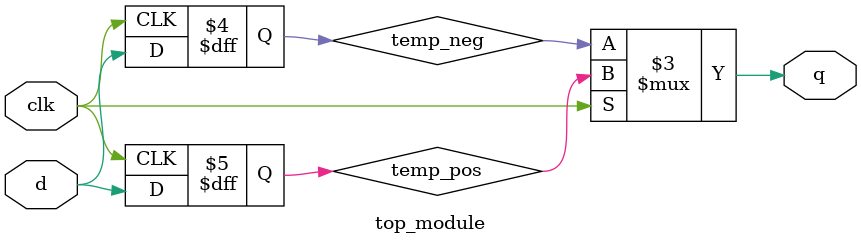
<source format=v>
module top_module (
    input clk,
    input d,
    output q
);
    reg temp_pos, temp_neg;
    always @(posedge clk) temp_pos <= d;
    always @(negedge clk) temp_neg <= d;
    assign q = clk ? temp_pos : temp_neg;

endmodule

</source>
